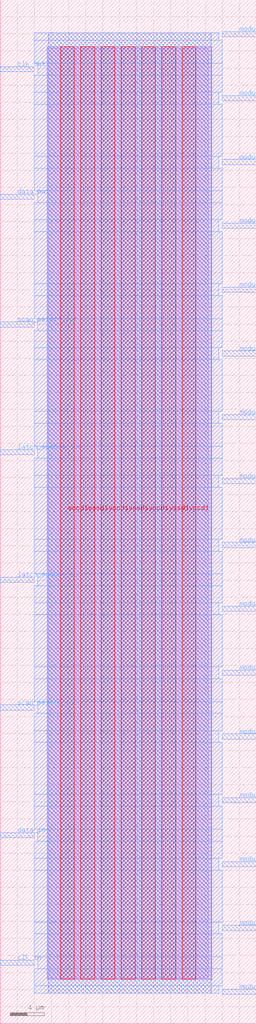
<source format=lef>
VERSION 5.7 ;
  NOWIREEXTENSIONATPIN ON ;
  DIVIDERCHAR "/" ;
  BUSBITCHARS "[]" ;
MACRO scanchain
  CLASS BLOCK ;
  FOREIGN scanchain ;
  ORIGIN 0.000 0.000 ;
  SIZE 30.000 BY 120.000 ;
  PIN clk_in
    DIRECTION INPUT ;
    USE SIGNAL ;
    PORT
      LAYER met3 ;
        RECT 0.000 6.840 4.000 7.440 ;
    END
  END clk_in
  PIN clk_out
    DIRECTION OUTPUT TRISTATE ;
    USE SIGNAL ;
    PORT
      LAYER met3 ;
        RECT 0.000 111.560 4.000 112.160 ;
    END
  END clk_out
  PIN data_in
    DIRECTION INPUT ;
    USE SIGNAL ;
    PORT
      LAYER met3 ;
        RECT 0.000 21.800 4.000 22.400 ;
    END
  END data_in
  PIN data_out
    DIRECTION OUTPUT TRISTATE ;
    USE SIGNAL ;
    PORT
      LAYER met3 ;
        RECT 0.000 96.600 4.000 97.200 ;
    END
  END data_out
  PIN latch_enable_in
    DIRECTION INPUT ;
    USE SIGNAL ;
    PORT
      LAYER met3 ;
        RECT 0.000 51.720 4.000 52.320 ;
    END
  END latch_enable_in
  PIN latch_enable_out
    DIRECTION OUTPUT TRISTATE ;
    USE SIGNAL ;
    PORT
      LAYER met3 ;
        RECT 0.000 66.680 4.000 67.280 ;
    END
  END latch_enable_out
  PIN module_data_in[0]
    DIRECTION OUTPUT TRISTATE ;
    USE SIGNAL ;
    PORT
      LAYER met3 ;
        RECT 26.000 3.440 30.000 4.040 ;
    END
  END module_data_in[0]
  PIN module_data_in[1]
    DIRECTION OUTPUT TRISTATE ;
    USE SIGNAL ;
    PORT
      LAYER met3 ;
        RECT 26.000 10.920 30.000 11.520 ;
    END
  END module_data_in[1]
  PIN module_data_in[2]
    DIRECTION OUTPUT TRISTATE ;
    USE SIGNAL ;
    PORT
      LAYER met3 ;
        RECT 26.000 18.400 30.000 19.000 ;
    END
  END module_data_in[2]
  PIN module_data_in[3]
    DIRECTION OUTPUT TRISTATE ;
    USE SIGNAL ;
    PORT
      LAYER met3 ;
        RECT 26.000 25.880 30.000 26.480 ;
    END
  END module_data_in[3]
  PIN module_data_in[4]
    DIRECTION OUTPUT TRISTATE ;
    USE SIGNAL ;
    PORT
      LAYER met3 ;
        RECT 26.000 33.360 30.000 33.960 ;
    END
  END module_data_in[4]
  PIN module_data_in[5]
    DIRECTION OUTPUT TRISTATE ;
    USE SIGNAL ;
    PORT
      LAYER met3 ;
        RECT 26.000 40.840 30.000 41.440 ;
    END
  END module_data_in[5]
  PIN module_data_in[6]
    DIRECTION OUTPUT TRISTATE ;
    USE SIGNAL ;
    PORT
      LAYER met3 ;
        RECT 26.000 48.320 30.000 48.920 ;
    END
  END module_data_in[6]
  PIN module_data_in[7]
    DIRECTION OUTPUT TRISTATE ;
    USE SIGNAL ;
    PORT
      LAYER met3 ;
        RECT 26.000 55.800 30.000 56.400 ;
    END
  END module_data_in[7]
  PIN module_data_out[0]
    DIRECTION INPUT ;
    USE SIGNAL ;
    PORT
      LAYER met3 ;
        RECT 26.000 63.280 30.000 63.880 ;
    END
  END module_data_out[0]
  PIN module_data_out[1]
    DIRECTION INPUT ;
    USE SIGNAL ;
    PORT
      LAYER met3 ;
        RECT 26.000 70.760 30.000 71.360 ;
    END
  END module_data_out[1]
  PIN module_data_out[2]
    DIRECTION INPUT ;
    USE SIGNAL ;
    PORT
      LAYER met3 ;
        RECT 26.000 78.240 30.000 78.840 ;
    END
  END module_data_out[2]
  PIN module_data_out[3]
    DIRECTION INPUT ;
    USE SIGNAL ;
    PORT
      LAYER met3 ;
        RECT 26.000 85.720 30.000 86.320 ;
    END
  END module_data_out[3]
  PIN module_data_out[4]
    DIRECTION INPUT ;
    USE SIGNAL ;
    PORT
      LAYER met3 ;
        RECT 26.000 93.200 30.000 93.800 ;
    END
  END module_data_out[4]
  PIN module_data_out[5]
    DIRECTION INPUT ;
    USE SIGNAL ;
    PORT
      LAYER met3 ;
        RECT 26.000 100.680 30.000 101.280 ;
    END
  END module_data_out[5]
  PIN module_data_out[6]
    DIRECTION INPUT ;
    USE SIGNAL ;
    PORT
      LAYER met3 ;
        RECT 26.000 108.160 30.000 108.760 ;
    END
  END module_data_out[6]
  PIN module_data_out[7]
    DIRECTION INPUT ;
    USE SIGNAL ;
    PORT
      LAYER met3 ;
        RECT 26.000 115.640 30.000 116.240 ;
    END
  END module_data_out[7]
  PIN scan_select_in
    DIRECTION INPUT ;
    USE SIGNAL ;
    PORT
      LAYER met3 ;
        RECT 0.000 36.760 4.000 37.360 ;
    END
  END scan_select_in
  PIN scan_select_out
    DIRECTION OUTPUT TRISTATE ;
    USE SIGNAL ;
    PORT
      LAYER met3 ;
        RECT 0.000 81.640 4.000 82.240 ;
    END
  END scan_select_out
  PIN vccd1
    DIRECTION INOUT ;
    USE POWER ;
    PORT
      LAYER met4 ;
        RECT 7.090 5.200 8.690 114.480 ;
    END
    PORT
      LAYER met4 ;
        RECT 11.830 5.200 13.430 114.480 ;
    END
    PORT
      LAYER met4 ;
        RECT 16.570 5.200 18.170 114.480 ;
    END
    PORT
      LAYER met4 ;
        RECT 21.310 5.200 22.910 114.480 ;
    END
  END vccd1
  PIN vssd1
    DIRECTION INOUT ;
    USE GROUND ;
    PORT
      LAYER met4 ;
        RECT 9.460 5.200 11.060 114.480 ;
    END
    PORT
      LAYER met4 ;
        RECT 14.200 5.200 15.800 114.480 ;
    END
    PORT
      LAYER met4 ;
        RECT 18.940 5.200 20.540 114.480 ;
    END
  END vssd1
  OBS
      LAYER li1 ;
        RECT 5.520 5.355 24.380 114.325 ;
      LAYER met1 ;
        RECT 5.520 5.200 24.770 114.480 ;
      LAYER met2 ;
        RECT 5.620 3.555 24.740 116.125 ;
      LAYER met3 ;
        RECT 3.990 115.240 25.600 116.105 ;
        RECT 3.990 112.560 26.000 115.240 ;
        RECT 4.400 111.160 26.000 112.560 ;
        RECT 3.990 109.160 26.000 111.160 ;
        RECT 3.990 107.760 25.600 109.160 ;
        RECT 3.990 101.680 26.000 107.760 ;
        RECT 3.990 100.280 25.600 101.680 ;
        RECT 3.990 97.600 26.000 100.280 ;
        RECT 4.400 96.200 26.000 97.600 ;
        RECT 3.990 94.200 26.000 96.200 ;
        RECT 3.990 92.800 25.600 94.200 ;
        RECT 3.990 86.720 26.000 92.800 ;
        RECT 3.990 85.320 25.600 86.720 ;
        RECT 3.990 82.640 26.000 85.320 ;
        RECT 4.400 81.240 26.000 82.640 ;
        RECT 3.990 79.240 26.000 81.240 ;
        RECT 3.990 77.840 25.600 79.240 ;
        RECT 3.990 71.760 26.000 77.840 ;
        RECT 3.990 70.360 25.600 71.760 ;
        RECT 3.990 67.680 26.000 70.360 ;
        RECT 4.400 66.280 26.000 67.680 ;
        RECT 3.990 64.280 26.000 66.280 ;
        RECT 3.990 62.880 25.600 64.280 ;
        RECT 3.990 56.800 26.000 62.880 ;
        RECT 3.990 55.400 25.600 56.800 ;
        RECT 3.990 52.720 26.000 55.400 ;
        RECT 4.400 51.320 26.000 52.720 ;
        RECT 3.990 49.320 26.000 51.320 ;
        RECT 3.990 47.920 25.600 49.320 ;
        RECT 3.990 41.840 26.000 47.920 ;
        RECT 3.990 40.440 25.600 41.840 ;
        RECT 3.990 37.760 26.000 40.440 ;
        RECT 4.400 36.360 26.000 37.760 ;
        RECT 3.990 34.360 26.000 36.360 ;
        RECT 3.990 32.960 25.600 34.360 ;
        RECT 3.990 26.880 26.000 32.960 ;
        RECT 3.990 25.480 25.600 26.880 ;
        RECT 3.990 22.800 26.000 25.480 ;
        RECT 4.400 21.400 26.000 22.800 ;
        RECT 3.990 19.400 26.000 21.400 ;
        RECT 3.990 18.000 25.600 19.400 ;
        RECT 3.990 11.920 26.000 18.000 ;
        RECT 3.990 10.520 25.600 11.920 ;
        RECT 3.990 7.840 26.000 10.520 ;
        RECT 4.400 6.440 26.000 7.840 ;
        RECT 3.990 4.440 26.000 6.440 ;
        RECT 3.990 3.575 25.600 4.440 ;
  END
END scanchain
END LIBRARY


</source>
